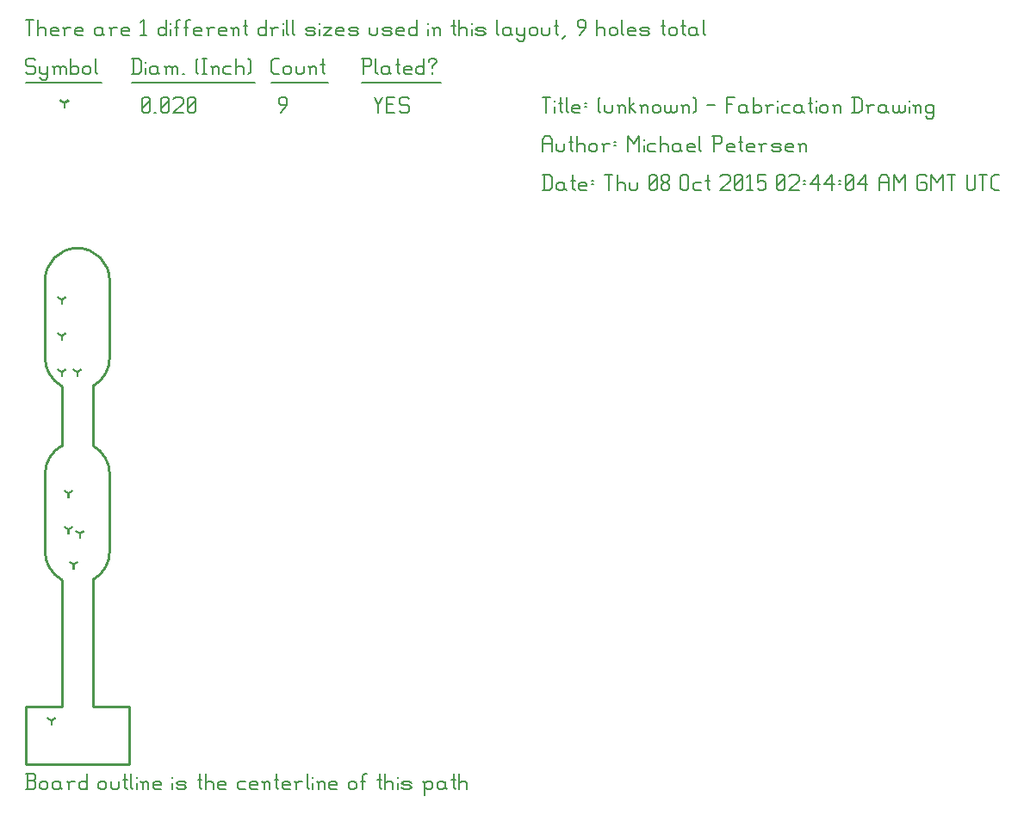
<source format=gbr>
G04 start of page 12 for group -3984 idx -3984 *
G04 Title: (unknown), fab *
G04 Creator: pcb 20110918 *
G04 CreationDate: Thu 08 Oct 2015 02:44:04 AM GMT UTC *
G04 For: railfan *
G04 Format: Gerber/RS-274X *
G04 PCB-Dimensions: 40000 200000 *
G04 PCB-Coordinate-Origin: lower left *
%MOIN*%
%FSLAX25Y25*%
%LNFAB*%
%ADD39C,0.0100*%
%ADD38C,0.0075*%
%ADD37C,0.0060*%
%ADD36C,0.0001*%
%ADD35R,0.0080X0.0080*%
G54D35*X14000Y180000D02*Y178400D01*
G54D36*G36*
X13454Y180147D02*X15533Y181346D01*
X15933Y180653D01*
X13853Y179454D01*
X13454Y180147D01*
G37*
G36*
X14147Y179454D02*X12067Y180653D01*
X12467Y181346D01*
X14546Y180147D01*
X14147Y179454D01*
G37*
G54D35*X14000Y166000D02*Y164400D01*
G54D36*G36*
X13454Y166147D02*X15533Y167346D01*
X15933Y166653D01*
X13853Y165454D01*
X13454Y166147D01*
G37*
G36*
X14147Y165454D02*X12067Y166653D01*
X12467Y167346D01*
X14546Y166147D01*
X14147Y165454D01*
G37*
G54D35*X14000Y152000D02*Y150400D01*
G54D36*G36*
X13454Y152147D02*X15533Y153346D01*
X15933Y152653D01*
X13853Y151454D01*
X13454Y152147D01*
G37*
G36*
X14147Y151454D02*X12067Y152653D01*
X12467Y153346D01*
X14546Y152147D01*
X14147Y151454D01*
G37*
G54D35*X20000Y152000D02*Y150400D01*
G54D36*G36*
X19454Y152147D02*X21533Y153346D01*
X21933Y152653D01*
X19853Y151454D01*
X19454Y152147D01*
G37*
G36*
X20147Y151454D02*X18067Y152653D01*
X18467Y153346D01*
X20546Y152147D01*
X20147Y151454D01*
G37*
G54D35*X16500Y105000D02*Y103400D01*
G54D36*G36*
X15954Y105147D02*X18033Y106346D01*
X18433Y105653D01*
X16353Y104454D01*
X15954Y105147D01*
G37*
G36*
X16647Y104454D02*X14567Y105653D01*
X14967Y106346D01*
X17046Y105147D01*
X16647Y104454D01*
G37*
G54D35*X16500Y91000D02*Y89400D01*
G54D36*G36*
X15954Y91147D02*X18033Y92346D01*
X18433Y91653D01*
X16353Y90454D01*
X15954Y91147D01*
G37*
G36*
X16647Y90454D02*X14567Y91653D01*
X14967Y92346D01*
X17046Y91147D01*
X16647Y90454D01*
G37*
G54D35*X21000Y89500D02*Y87900D01*
G54D36*G36*
X20454Y89647D02*X22533Y90846D01*
X22933Y90153D01*
X20853Y88954D01*
X20454Y89647D01*
G37*
G36*
X21147Y88954D02*X19067Y90153D01*
X19467Y90846D01*
X21546Y89647D01*
X21147Y88954D01*
G37*
G54D35*X10000Y17000D02*Y15400D01*
G54D36*G36*
X9454Y17147D02*X11533Y18346D01*
X11933Y17653D01*
X9853Y16454D01*
X9454Y17147D01*
G37*
G36*
X10147Y16454D02*X8067Y17653D01*
X8467Y18346D01*
X10546Y17147D01*
X10147Y16454D01*
G37*
G54D35*X18500Y77500D02*Y75900D01*
G54D36*G36*
X17954Y77647D02*X20033Y78846D01*
X20433Y78153D01*
X18353Y76954D01*
X17954Y77647D01*
G37*
G36*
X18647Y76954D02*X16567Y78153D01*
X16967Y78846D01*
X19046Y77647D01*
X18647Y76954D01*
G37*
G54D35*X15000Y256250D02*Y254650D01*
G54D36*G36*
X14454Y256397D02*X16533Y257596D01*
X16933Y256903D01*
X14853Y255704D01*
X14454Y256397D01*
G37*
G36*
X15147Y255704D02*X13067Y256903D01*
X13467Y257596D01*
X15546Y256397D01*
X15147Y255704D01*
G37*
G54D37*X135000Y258500D02*X136500Y255500D01*
X138000Y258500D01*
X136500Y255500D02*Y252500D01*
X139800Y255800D02*X142050D01*
X139800Y252500D02*X142800D01*
X139800Y258500D02*Y252500D01*
Y258500D02*X142800D01*
X147600D02*X148350Y257750D01*
X145350Y258500D02*X147600D01*
X144600Y257750D02*X145350Y258500D01*
X144600Y257750D02*Y256250D01*
X145350Y255500D01*
X147600D01*
X148350Y254750D01*
Y253250D01*
X147600Y252500D02*X148350Y253250D01*
X145350Y252500D02*X147600D01*
X144600Y253250D02*X145350Y252500D01*
X98750D02*X101000Y255500D01*
Y257750D02*Y255500D01*
X100250Y258500D02*X101000Y257750D01*
X98750Y258500D02*X100250D01*
X98000Y257750D02*X98750Y258500D01*
X98000Y257750D02*Y256250D01*
X98750Y255500D01*
X101000D01*
X45000Y253250D02*X45750Y252500D01*
X45000Y257750D02*Y253250D01*
Y257750D02*X45750Y258500D01*
X47250D01*
X48000Y257750D01*
Y253250D01*
X47250Y252500D02*X48000Y253250D01*
X45750Y252500D02*X47250D01*
X45000Y254000D02*X48000Y257000D01*
X49800Y252500D02*X50550D01*
X52350Y253250D02*X53100Y252500D01*
X52350Y257750D02*Y253250D01*
Y257750D02*X53100Y258500D01*
X54600D01*
X55350Y257750D01*
Y253250D01*
X54600Y252500D02*X55350Y253250D01*
X53100Y252500D02*X54600D01*
X52350Y254000D02*X55350Y257000D01*
X57150Y257750D02*X57900Y258500D01*
X60150D01*
X60900Y257750D01*
Y256250D01*
X57150Y252500D02*X60900Y256250D01*
X57150Y252500D02*X60900D01*
X62700Y253250D02*X63450Y252500D01*
X62700Y257750D02*Y253250D01*
Y257750D02*X63450Y258500D01*
X64950D01*
X65700Y257750D01*
Y253250D01*
X64950Y252500D02*X65700Y253250D01*
X63450Y252500D02*X64950D01*
X62700Y254000D02*X65700Y257000D01*
X3000Y273500D02*X3750Y272750D01*
X750Y273500D02*X3000D01*
X0Y272750D02*X750Y273500D01*
X0Y272750D02*Y271250D01*
X750Y270500D01*
X3000D01*
X3750Y269750D01*
Y268250D01*
X3000Y267500D02*X3750Y268250D01*
X750Y267500D02*X3000D01*
X0Y268250D02*X750Y267500D01*
X5550Y270500D02*Y268250D01*
X6300Y267500D01*
X8550Y270500D02*Y266000D01*
X7800Y265250D02*X8550Y266000D01*
X6300Y265250D02*X7800D01*
X5550Y266000D02*X6300Y265250D01*
Y267500D02*X7800D01*
X8550Y268250D01*
X11100Y269750D02*Y267500D01*
Y269750D02*X11850Y270500D01*
X12600D01*
X13350Y269750D01*
Y267500D01*
Y269750D02*X14100Y270500D01*
X14850D01*
X15600Y269750D01*
Y267500D01*
X10350Y270500D02*X11100Y269750D01*
X17400Y273500D02*Y267500D01*
Y268250D02*X18150Y267500D01*
X19650D01*
X20400Y268250D01*
Y269750D02*Y268250D01*
X19650Y270500D02*X20400Y269750D01*
X18150Y270500D02*X19650D01*
X17400Y269750D02*X18150Y270500D01*
X22200Y269750D02*Y268250D01*
Y269750D02*X22950Y270500D01*
X24450D01*
X25200Y269750D01*
Y268250D01*
X24450Y267500D02*X25200Y268250D01*
X22950Y267500D02*X24450D01*
X22200Y268250D02*X22950Y267500D01*
X27000Y273500D02*Y268250D01*
X27750Y267500D01*
X0Y264250D02*X29250D01*
X41750Y273500D02*Y267500D01*
X43700Y273500D02*X44750Y272450D01*
Y268550D01*
X43700Y267500D02*X44750Y268550D01*
X41000Y267500D02*X43700D01*
X41000Y273500D02*X43700D01*
G54D38*X46550Y272000D02*Y271850D01*
G54D37*Y269750D02*Y267500D01*
X50300Y270500D02*X51050Y269750D01*
X48800Y270500D02*X50300D01*
X48050Y269750D02*X48800Y270500D01*
X48050Y269750D02*Y268250D01*
X48800Y267500D01*
X51050Y270500D02*Y268250D01*
X51800Y267500D01*
X48800D02*X50300D01*
X51050Y268250D01*
X54350Y269750D02*Y267500D01*
Y269750D02*X55100Y270500D01*
X55850D01*
X56600Y269750D01*
Y267500D01*
Y269750D02*X57350Y270500D01*
X58100D01*
X58850Y269750D01*
Y267500D01*
X53600Y270500D02*X54350Y269750D01*
X60650Y267500D02*X61400D01*
X65900Y268250D02*X66650Y267500D01*
X65900Y272750D02*X66650Y273500D01*
X65900Y272750D02*Y268250D01*
X68450Y273500D02*X69950D01*
X69200D02*Y267500D01*
X68450D02*X69950D01*
X72500Y269750D02*Y267500D01*
Y269750D02*X73250Y270500D01*
X74000D01*
X74750Y269750D01*
Y267500D01*
X71750Y270500D02*X72500Y269750D01*
X77300Y270500D02*X79550D01*
X76550Y269750D02*X77300Y270500D01*
X76550Y269750D02*Y268250D01*
X77300Y267500D01*
X79550D01*
X81350Y273500D02*Y267500D01*
Y269750D02*X82100Y270500D01*
X83600D01*
X84350Y269750D01*
Y267500D01*
X86150Y273500D02*X86900Y272750D01*
Y268250D01*
X86150Y267500D02*X86900Y268250D01*
X41000Y264250D02*X88700D01*
X96050Y267500D02*X98000D01*
X95000Y268550D02*X96050Y267500D01*
X95000Y272450D02*Y268550D01*
Y272450D02*X96050Y273500D01*
X98000D01*
X99800Y269750D02*Y268250D01*
Y269750D02*X100550Y270500D01*
X102050D01*
X102800Y269750D01*
Y268250D01*
X102050Y267500D02*X102800Y268250D01*
X100550Y267500D02*X102050D01*
X99800Y268250D02*X100550Y267500D01*
X104600Y270500D02*Y268250D01*
X105350Y267500D01*
X106850D01*
X107600Y268250D01*
Y270500D02*Y268250D01*
X110150Y269750D02*Y267500D01*
Y269750D02*X110900Y270500D01*
X111650D01*
X112400Y269750D01*
Y267500D01*
X109400Y270500D02*X110150Y269750D01*
X114950Y273500D02*Y268250D01*
X115700Y267500D01*
X114200Y271250D02*X115700D01*
X95000Y264250D02*X117200D01*
X130750Y273500D02*Y267500D01*
X130000Y273500D02*X133000D01*
X133750Y272750D01*
Y271250D01*
X133000Y270500D02*X133750Y271250D01*
X130750Y270500D02*X133000D01*
X135550Y273500D02*Y268250D01*
X136300Y267500D01*
X140050Y270500D02*X140800Y269750D01*
X138550Y270500D02*X140050D01*
X137800Y269750D02*X138550Y270500D01*
X137800Y269750D02*Y268250D01*
X138550Y267500D01*
X140800Y270500D02*Y268250D01*
X141550Y267500D01*
X138550D02*X140050D01*
X140800Y268250D01*
X144100Y273500D02*Y268250D01*
X144850Y267500D01*
X143350Y271250D02*X144850D01*
X147100Y267500D02*X149350D01*
X146350Y268250D02*X147100Y267500D01*
X146350Y269750D02*Y268250D01*
Y269750D02*X147100Y270500D01*
X148600D01*
X149350Y269750D01*
X146350Y269000D02*X149350D01*
Y269750D02*Y269000D01*
X154150Y273500D02*Y267500D01*
X153400D02*X154150Y268250D01*
X151900Y267500D02*X153400D01*
X151150Y268250D02*X151900Y267500D01*
X151150Y269750D02*Y268250D01*
Y269750D02*X151900Y270500D01*
X153400D01*
X154150Y269750D01*
X157450Y270500D02*Y269750D01*
Y268250D02*Y267500D01*
X155950Y272750D02*Y272000D01*
Y272750D02*X156700Y273500D01*
X158200D01*
X158950Y272750D01*
Y272000D01*
X157450Y270500D02*X158950Y272000D01*
X130000Y264250D02*X160750D01*
X0Y288500D02*X3000D01*
X1500D02*Y282500D01*
X4800Y288500D02*Y282500D01*
Y284750D02*X5550Y285500D01*
X7050D01*
X7800Y284750D01*
Y282500D01*
X10350D02*X12600D01*
X9600Y283250D02*X10350Y282500D01*
X9600Y284750D02*Y283250D01*
Y284750D02*X10350Y285500D01*
X11850D01*
X12600Y284750D01*
X9600Y284000D02*X12600D01*
Y284750D02*Y284000D01*
X15150Y284750D02*Y282500D01*
Y284750D02*X15900Y285500D01*
X17400D01*
X14400D02*X15150Y284750D01*
X19950Y282500D02*X22200D01*
X19200Y283250D02*X19950Y282500D01*
X19200Y284750D02*Y283250D01*
Y284750D02*X19950Y285500D01*
X21450D01*
X22200Y284750D01*
X19200Y284000D02*X22200D01*
Y284750D02*Y284000D01*
X28950Y285500D02*X29700Y284750D01*
X27450Y285500D02*X28950D01*
X26700Y284750D02*X27450Y285500D01*
X26700Y284750D02*Y283250D01*
X27450Y282500D01*
X29700Y285500D02*Y283250D01*
X30450Y282500D01*
X27450D02*X28950D01*
X29700Y283250D01*
X33000Y284750D02*Y282500D01*
Y284750D02*X33750Y285500D01*
X35250D01*
X32250D02*X33000Y284750D01*
X37800Y282500D02*X40050D01*
X37050Y283250D02*X37800Y282500D01*
X37050Y284750D02*Y283250D01*
Y284750D02*X37800Y285500D01*
X39300D01*
X40050Y284750D01*
X37050Y284000D02*X40050D01*
Y284750D02*Y284000D01*
X44550Y287300D02*X45750Y288500D01*
Y282500D01*
X44550D02*X46800D01*
X54300Y288500D02*Y282500D01*
X53550D02*X54300Y283250D01*
X52050Y282500D02*X53550D01*
X51300Y283250D02*X52050Y282500D01*
X51300Y284750D02*Y283250D01*
Y284750D02*X52050Y285500D01*
X53550D01*
X54300Y284750D01*
G54D38*X56100Y287000D02*Y286850D01*
G54D37*Y284750D02*Y282500D01*
X58350Y287750D02*Y282500D01*
Y287750D02*X59100Y288500D01*
X59850D01*
X57600Y285500D02*X59100D01*
X62100Y287750D02*Y282500D01*
Y287750D02*X62850Y288500D01*
X63600D01*
X61350Y285500D02*X62850D01*
X65850Y282500D02*X68100D01*
X65100Y283250D02*X65850Y282500D01*
X65100Y284750D02*Y283250D01*
Y284750D02*X65850Y285500D01*
X67350D01*
X68100Y284750D01*
X65100Y284000D02*X68100D01*
Y284750D02*Y284000D01*
X70650Y284750D02*Y282500D01*
Y284750D02*X71400Y285500D01*
X72900D01*
X69900D02*X70650Y284750D01*
X75450Y282500D02*X77700D01*
X74700Y283250D02*X75450Y282500D01*
X74700Y284750D02*Y283250D01*
Y284750D02*X75450Y285500D01*
X76950D01*
X77700Y284750D01*
X74700Y284000D02*X77700D01*
Y284750D02*Y284000D01*
X80250Y284750D02*Y282500D01*
Y284750D02*X81000Y285500D01*
X81750D01*
X82500Y284750D01*
Y282500D01*
X79500Y285500D02*X80250Y284750D01*
X85050Y288500D02*Y283250D01*
X85800Y282500D01*
X84300Y286250D02*X85800D01*
X93000Y288500D02*Y282500D01*
X92250D02*X93000Y283250D01*
X90750Y282500D02*X92250D01*
X90000Y283250D02*X90750Y282500D01*
X90000Y284750D02*Y283250D01*
Y284750D02*X90750Y285500D01*
X92250D01*
X93000Y284750D01*
X95550D02*Y282500D01*
Y284750D02*X96300Y285500D01*
X97800D01*
X94800D02*X95550Y284750D01*
G54D38*X99600Y287000D02*Y286850D01*
G54D37*Y284750D02*Y282500D01*
X101100Y288500D02*Y283250D01*
X101850Y282500D01*
X103350Y288500D02*Y283250D01*
X104100Y282500D01*
X109050D02*X111300D01*
X112050Y283250D01*
X111300Y284000D02*X112050Y283250D01*
X109050Y284000D02*X111300D01*
X108300Y284750D02*X109050Y284000D01*
X108300Y284750D02*X109050Y285500D01*
X111300D01*
X112050Y284750D01*
X108300Y283250D02*X109050Y282500D01*
G54D38*X113850Y287000D02*Y286850D01*
G54D37*Y284750D02*Y282500D01*
X115350Y285500D02*X118350D01*
X115350Y282500D02*X118350Y285500D01*
X115350Y282500D02*X118350D01*
X120900D02*X123150D01*
X120150Y283250D02*X120900Y282500D01*
X120150Y284750D02*Y283250D01*
Y284750D02*X120900Y285500D01*
X122400D01*
X123150Y284750D01*
X120150Y284000D02*X123150D01*
Y284750D02*Y284000D01*
X125700Y282500D02*X127950D01*
X128700Y283250D01*
X127950Y284000D02*X128700Y283250D01*
X125700Y284000D02*X127950D01*
X124950Y284750D02*X125700Y284000D01*
X124950Y284750D02*X125700Y285500D01*
X127950D01*
X128700Y284750D01*
X124950Y283250D02*X125700Y282500D01*
X133200Y285500D02*Y283250D01*
X133950Y282500D01*
X135450D01*
X136200Y283250D01*
Y285500D02*Y283250D01*
X138750Y282500D02*X141000D01*
X141750Y283250D01*
X141000Y284000D02*X141750Y283250D01*
X138750Y284000D02*X141000D01*
X138000Y284750D02*X138750Y284000D01*
X138000Y284750D02*X138750Y285500D01*
X141000D01*
X141750Y284750D01*
X138000Y283250D02*X138750Y282500D01*
X144300D02*X146550D01*
X143550Y283250D02*X144300Y282500D01*
X143550Y284750D02*Y283250D01*
Y284750D02*X144300Y285500D01*
X145800D01*
X146550Y284750D01*
X143550Y284000D02*X146550D01*
Y284750D02*Y284000D01*
X151350Y288500D02*Y282500D01*
X150600D02*X151350Y283250D01*
X149100Y282500D02*X150600D01*
X148350Y283250D02*X149100Y282500D01*
X148350Y284750D02*Y283250D01*
Y284750D02*X149100Y285500D01*
X150600D01*
X151350Y284750D01*
G54D38*X155850Y287000D02*Y286850D01*
G54D37*Y284750D02*Y282500D01*
X158100Y284750D02*Y282500D01*
Y284750D02*X158850Y285500D01*
X159600D01*
X160350Y284750D01*
Y282500D01*
X157350Y285500D02*X158100Y284750D01*
X165600Y288500D02*Y283250D01*
X166350Y282500D01*
X164850Y286250D02*X166350D01*
X167850Y288500D02*Y282500D01*
Y284750D02*X168600Y285500D01*
X170100D01*
X170850Y284750D01*
Y282500D01*
G54D38*X172650Y287000D02*Y286850D01*
G54D37*Y284750D02*Y282500D01*
X174900D02*X177150D01*
X177900Y283250D01*
X177150Y284000D02*X177900Y283250D01*
X174900Y284000D02*X177150D01*
X174150Y284750D02*X174900Y284000D01*
X174150Y284750D02*X174900Y285500D01*
X177150D01*
X177900Y284750D01*
X174150Y283250D02*X174900Y282500D01*
X182400Y288500D02*Y283250D01*
X183150Y282500D01*
X186900Y285500D02*X187650Y284750D01*
X185400Y285500D02*X186900D01*
X184650Y284750D02*X185400Y285500D01*
X184650Y284750D02*Y283250D01*
X185400Y282500D01*
X187650Y285500D02*Y283250D01*
X188400Y282500D01*
X185400D02*X186900D01*
X187650Y283250D01*
X190200Y285500D02*Y283250D01*
X190950Y282500D01*
X193200Y285500D02*Y281000D01*
X192450Y280250D02*X193200Y281000D01*
X190950Y280250D02*X192450D01*
X190200Y281000D02*X190950Y280250D01*
Y282500D02*X192450D01*
X193200Y283250D01*
X195000Y284750D02*Y283250D01*
Y284750D02*X195750Y285500D01*
X197250D01*
X198000Y284750D01*
Y283250D01*
X197250Y282500D02*X198000Y283250D01*
X195750Y282500D02*X197250D01*
X195000Y283250D02*X195750Y282500D01*
X199800Y285500D02*Y283250D01*
X200550Y282500D01*
X202050D01*
X202800Y283250D01*
Y285500D02*Y283250D01*
X205350Y288500D02*Y283250D01*
X206100Y282500D01*
X204600Y286250D02*X206100D01*
X207600Y281000D02*X209100Y282500D01*
X214350D02*X216600Y285500D01*
Y287750D02*Y285500D01*
X215850Y288500D02*X216600Y287750D01*
X214350Y288500D02*X215850D01*
X213600Y287750D02*X214350Y288500D01*
X213600Y287750D02*Y286250D01*
X214350Y285500D01*
X216600D01*
X221100Y288500D02*Y282500D01*
Y284750D02*X221850Y285500D01*
X223350D01*
X224100Y284750D01*
Y282500D01*
X225900Y284750D02*Y283250D01*
Y284750D02*X226650Y285500D01*
X228150D01*
X228900Y284750D01*
Y283250D01*
X228150Y282500D02*X228900Y283250D01*
X226650Y282500D02*X228150D01*
X225900Y283250D02*X226650Y282500D01*
X230700Y288500D02*Y283250D01*
X231450Y282500D01*
X233700D02*X235950D01*
X232950Y283250D02*X233700Y282500D01*
X232950Y284750D02*Y283250D01*
Y284750D02*X233700Y285500D01*
X235200D01*
X235950Y284750D01*
X232950Y284000D02*X235950D01*
Y284750D02*Y284000D01*
X238500Y282500D02*X240750D01*
X241500Y283250D01*
X240750Y284000D02*X241500Y283250D01*
X238500Y284000D02*X240750D01*
X237750Y284750D02*X238500Y284000D01*
X237750Y284750D02*X238500Y285500D01*
X240750D01*
X241500Y284750D01*
X237750Y283250D02*X238500Y282500D01*
X246750Y288500D02*Y283250D01*
X247500Y282500D01*
X246000Y286250D02*X247500D01*
X249000Y284750D02*Y283250D01*
Y284750D02*X249750Y285500D01*
X251250D01*
X252000Y284750D01*
Y283250D01*
X251250Y282500D02*X252000Y283250D01*
X249750Y282500D02*X251250D01*
X249000Y283250D02*X249750Y282500D01*
X254550Y288500D02*Y283250D01*
X255300Y282500D01*
X253800Y286250D02*X255300D01*
X259050Y285500D02*X259800Y284750D01*
X257550Y285500D02*X259050D01*
X256800Y284750D02*X257550Y285500D01*
X256800Y284750D02*Y283250D01*
X257550Y282500D01*
X259800Y285500D02*Y283250D01*
X260550Y282500D01*
X257550D02*X259050D01*
X259800Y283250D01*
X262350Y288500D02*Y283250D01*
X263100Y282500D01*
G54D39*X7500Y187500D02*Y157500D01*
X32500D02*Y187500D01*
X7500Y112500D02*Y82500D01*
X32500D02*Y112500D01*
X14000Y71500D02*Y22500D01*
X26000Y71500D02*Y22500D01*
X14000D02*X0D01*
Y0D01*
X40000D01*
Y22500D01*
X26000D01*
X14000Y146500D02*Y123500D01*
X26000D02*Y146500D01*
X20000Y200000D02*G75*G02X32500Y187500I0J-12500D01*G01*
X20000Y200000D02*G75*G03X7500Y187500I0J-12500D01*G01*
Y157500D02*G75*G03X13940Y146567I12500J0D01*G01*
X32500Y157500D02*G75*G02X26060Y146567I-12500J0D01*G01*
X7500Y82500D02*G75*G03X13940Y71567I12500J0D01*G01*
X32500Y82500D02*G75*G02X26060Y71567I-12500J0D01*G01*
X32500Y112500D02*G75*G03X26060Y123433I-12500J0D01*G01*
X7500Y112500D02*G75*G02X13940Y123433I12500J0D01*G01*
G54D37*X0Y-9500D02*X3000D01*
X3750Y-8750D01*
Y-6950D02*Y-8750D01*
X3000Y-6200D02*X3750Y-6950D01*
X750Y-6200D02*X3000D01*
X750Y-3500D02*Y-9500D01*
X0Y-3500D02*X3000D01*
X3750Y-4250D01*
Y-5450D01*
X3000Y-6200D02*X3750Y-5450D01*
X5550Y-7250D02*Y-8750D01*
Y-7250D02*X6300Y-6500D01*
X7800D01*
X8550Y-7250D01*
Y-8750D01*
X7800Y-9500D02*X8550Y-8750D01*
X6300Y-9500D02*X7800D01*
X5550Y-8750D02*X6300Y-9500D01*
X12600Y-6500D02*X13350Y-7250D01*
X11100Y-6500D02*X12600D01*
X10350Y-7250D02*X11100Y-6500D01*
X10350Y-7250D02*Y-8750D01*
X11100Y-9500D01*
X13350Y-6500D02*Y-8750D01*
X14100Y-9500D01*
X11100D02*X12600D01*
X13350Y-8750D01*
X16650Y-7250D02*Y-9500D01*
Y-7250D02*X17400Y-6500D01*
X18900D01*
X15900D02*X16650Y-7250D01*
X23700Y-3500D02*Y-9500D01*
X22950D02*X23700Y-8750D01*
X21450Y-9500D02*X22950D01*
X20700Y-8750D02*X21450Y-9500D01*
X20700Y-7250D02*Y-8750D01*
Y-7250D02*X21450Y-6500D01*
X22950D01*
X23700Y-7250D01*
X28200D02*Y-8750D01*
Y-7250D02*X28950Y-6500D01*
X30450D01*
X31200Y-7250D01*
Y-8750D01*
X30450Y-9500D02*X31200Y-8750D01*
X28950Y-9500D02*X30450D01*
X28200Y-8750D02*X28950Y-9500D01*
X33000Y-6500D02*Y-8750D01*
X33750Y-9500D01*
X35250D01*
X36000Y-8750D01*
Y-6500D02*Y-8750D01*
X38550Y-3500D02*Y-8750D01*
X39300Y-9500D01*
X37800Y-5750D02*X39300D01*
X40800Y-3500D02*Y-8750D01*
X41550Y-9500D01*
G54D38*X43050Y-5000D02*Y-5150D01*
G54D37*Y-7250D02*Y-9500D01*
X45300Y-7250D02*Y-9500D01*
Y-7250D02*X46050Y-6500D01*
X46800D01*
X47550Y-7250D01*
Y-9500D01*
X44550Y-6500D02*X45300Y-7250D01*
X50100Y-9500D02*X52350D01*
X49350Y-8750D02*X50100Y-9500D01*
X49350Y-7250D02*Y-8750D01*
Y-7250D02*X50100Y-6500D01*
X51600D01*
X52350Y-7250D01*
X49350Y-8000D02*X52350D01*
Y-7250D02*Y-8000D01*
G54D38*X56850Y-5000D02*Y-5150D01*
G54D37*Y-7250D02*Y-9500D01*
X59100D02*X61350D01*
X62100Y-8750D01*
X61350Y-8000D02*X62100Y-8750D01*
X59100Y-8000D02*X61350D01*
X58350Y-7250D02*X59100Y-8000D01*
X58350Y-7250D02*X59100Y-6500D01*
X61350D01*
X62100Y-7250D01*
X58350Y-8750D02*X59100Y-9500D01*
X67350Y-3500D02*Y-8750D01*
X68100Y-9500D01*
X66600Y-5750D02*X68100D01*
X69600Y-3500D02*Y-9500D01*
Y-7250D02*X70350Y-6500D01*
X71850D01*
X72600Y-7250D01*
Y-9500D01*
X75150D02*X77400D01*
X74400Y-8750D02*X75150Y-9500D01*
X74400Y-7250D02*Y-8750D01*
Y-7250D02*X75150Y-6500D01*
X76650D01*
X77400Y-7250D01*
X74400Y-8000D02*X77400D01*
Y-7250D02*Y-8000D01*
X82650Y-6500D02*X84900D01*
X81900Y-7250D02*X82650Y-6500D01*
X81900Y-7250D02*Y-8750D01*
X82650Y-9500D01*
X84900D01*
X87450D02*X89700D01*
X86700Y-8750D02*X87450Y-9500D01*
X86700Y-7250D02*Y-8750D01*
Y-7250D02*X87450Y-6500D01*
X88950D01*
X89700Y-7250D01*
X86700Y-8000D02*X89700D01*
Y-7250D02*Y-8000D01*
X92250Y-7250D02*Y-9500D01*
Y-7250D02*X93000Y-6500D01*
X93750D01*
X94500Y-7250D01*
Y-9500D01*
X91500Y-6500D02*X92250Y-7250D01*
X97050Y-3500D02*Y-8750D01*
X97800Y-9500D01*
X96300Y-5750D02*X97800D01*
X100050Y-9500D02*X102300D01*
X99300Y-8750D02*X100050Y-9500D01*
X99300Y-7250D02*Y-8750D01*
Y-7250D02*X100050Y-6500D01*
X101550D01*
X102300Y-7250D01*
X99300Y-8000D02*X102300D01*
Y-7250D02*Y-8000D01*
X104850Y-7250D02*Y-9500D01*
Y-7250D02*X105600Y-6500D01*
X107100D01*
X104100D02*X104850Y-7250D01*
X108900Y-3500D02*Y-8750D01*
X109650Y-9500D01*
G54D38*X111150Y-5000D02*Y-5150D01*
G54D37*Y-7250D02*Y-9500D01*
X113400Y-7250D02*Y-9500D01*
Y-7250D02*X114150Y-6500D01*
X114900D01*
X115650Y-7250D01*
Y-9500D01*
X112650Y-6500D02*X113400Y-7250D01*
X118200Y-9500D02*X120450D01*
X117450Y-8750D02*X118200Y-9500D01*
X117450Y-7250D02*Y-8750D01*
Y-7250D02*X118200Y-6500D01*
X119700D01*
X120450Y-7250D01*
X117450Y-8000D02*X120450D01*
Y-7250D02*Y-8000D01*
X124950Y-7250D02*Y-8750D01*
Y-7250D02*X125700Y-6500D01*
X127200D01*
X127950Y-7250D01*
Y-8750D01*
X127200Y-9500D02*X127950Y-8750D01*
X125700Y-9500D02*X127200D01*
X124950Y-8750D02*X125700Y-9500D01*
X130500Y-4250D02*Y-9500D01*
Y-4250D02*X131250Y-3500D01*
X132000D01*
X129750Y-6500D02*X131250D01*
X136950Y-3500D02*Y-8750D01*
X137700Y-9500D01*
X136200Y-5750D02*X137700D01*
X139200Y-3500D02*Y-9500D01*
Y-7250D02*X139950Y-6500D01*
X141450D01*
X142200Y-7250D01*
Y-9500D01*
G54D38*X144000Y-5000D02*Y-5150D01*
G54D37*Y-7250D02*Y-9500D01*
X146250D02*X148500D01*
X149250Y-8750D01*
X148500Y-8000D02*X149250Y-8750D01*
X146250Y-8000D02*X148500D01*
X145500Y-7250D02*X146250Y-8000D01*
X145500Y-7250D02*X146250Y-6500D01*
X148500D01*
X149250Y-7250D01*
X145500Y-8750D02*X146250Y-9500D01*
X154500Y-7250D02*Y-11750D01*
X153750Y-6500D02*X154500Y-7250D01*
X155250Y-6500D01*
X156750D01*
X157500Y-7250D01*
Y-8750D01*
X156750Y-9500D02*X157500Y-8750D01*
X155250Y-9500D02*X156750D01*
X154500Y-8750D02*X155250Y-9500D01*
X161550Y-6500D02*X162300Y-7250D01*
X160050Y-6500D02*X161550D01*
X159300Y-7250D02*X160050Y-6500D01*
X159300Y-7250D02*Y-8750D01*
X160050Y-9500D01*
X162300Y-6500D02*Y-8750D01*
X163050Y-9500D01*
X160050D02*X161550D01*
X162300Y-8750D01*
X165600Y-3500D02*Y-8750D01*
X166350Y-9500D01*
X164850Y-5750D02*X166350D01*
X167850Y-3500D02*Y-9500D01*
Y-7250D02*X168600Y-6500D01*
X170100D01*
X170850Y-7250D01*
Y-9500D01*
X200750Y228500D02*Y222500D01*
X202700Y228500D02*X203750Y227450D01*
Y223550D01*
X202700Y222500D02*X203750Y223550D01*
X200000Y222500D02*X202700D01*
X200000Y228500D02*X202700D01*
X207800Y225500D02*X208550Y224750D01*
X206300Y225500D02*X207800D01*
X205550Y224750D02*X206300Y225500D01*
X205550Y224750D02*Y223250D01*
X206300Y222500D01*
X208550Y225500D02*Y223250D01*
X209300Y222500D01*
X206300D02*X207800D01*
X208550Y223250D01*
X211850Y228500D02*Y223250D01*
X212600Y222500D01*
X211100Y226250D02*X212600D01*
X214850Y222500D02*X217100D01*
X214100Y223250D02*X214850Y222500D01*
X214100Y224750D02*Y223250D01*
Y224750D02*X214850Y225500D01*
X216350D01*
X217100Y224750D01*
X214100Y224000D02*X217100D01*
Y224750D02*Y224000D01*
X218900Y226250D02*X219650D01*
X218900Y224750D02*X219650D01*
X224150Y228500D02*X227150D01*
X225650D02*Y222500D01*
X228950Y228500D02*Y222500D01*
Y224750D02*X229700Y225500D01*
X231200D01*
X231950Y224750D01*
Y222500D01*
X233750Y225500D02*Y223250D01*
X234500Y222500D01*
X236000D01*
X236750Y223250D01*
Y225500D02*Y223250D01*
X241250D02*X242000Y222500D01*
X241250Y227750D02*Y223250D01*
Y227750D02*X242000Y228500D01*
X243500D01*
X244250Y227750D01*
Y223250D01*
X243500Y222500D02*X244250Y223250D01*
X242000Y222500D02*X243500D01*
X241250Y224000D02*X244250Y227000D01*
X246050Y223250D02*X246800Y222500D01*
X246050Y224450D02*Y223250D01*
Y224450D02*X247100Y225500D01*
X248000D01*
X249050Y224450D01*
Y223250D01*
X248300Y222500D02*X249050Y223250D01*
X246800Y222500D02*X248300D01*
X246050Y226550D02*X247100Y225500D01*
X246050Y227750D02*Y226550D01*
Y227750D02*X246800Y228500D01*
X248300D01*
X249050Y227750D01*
Y226550D01*
X248000Y225500D02*X249050Y226550D01*
X253550Y227750D02*Y223250D01*
Y227750D02*X254300Y228500D01*
X255800D01*
X256550Y227750D01*
Y223250D01*
X255800Y222500D02*X256550Y223250D01*
X254300Y222500D02*X255800D01*
X253550Y223250D02*X254300Y222500D01*
X259100Y225500D02*X261350D01*
X258350Y224750D02*X259100Y225500D01*
X258350Y224750D02*Y223250D01*
X259100Y222500D01*
X261350D01*
X263900Y228500D02*Y223250D01*
X264650Y222500D01*
X263150Y226250D02*X264650D01*
X268850Y227750D02*X269600Y228500D01*
X271850D01*
X272600Y227750D01*
Y226250D01*
X268850Y222500D02*X272600Y226250D01*
X268850Y222500D02*X272600D01*
X274400Y223250D02*X275150Y222500D01*
X274400Y227750D02*Y223250D01*
Y227750D02*X275150Y228500D01*
X276650D01*
X277400Y227750D01*
Y223250D01*
X276650Y222500D02*X277400Y223250D01*
X275150Y222500D02*X276650D01*
X274400Y224000D02*X277400Y227000D01*
X279200Y227300D02*X280400Y228500D01*
Y222500D01*
X279200D02*X281450D01*
X283250Y228500D02*X286250D01*
X283250D02*Y225500D01*
X284000Y226250D01*
X285500D01*
X286250Y225500D01*
Y223250D01*
X285500Y222500D02*X286250Y223250D01*
X284000Y222500D02*X285500D01*
X283250Y223250D02*X284000Y222500D01*
X290750Y223250D02*X291500Y222500D01*
X290750Y227750D02*Y223250D01*
Y227750D02*X291500Y228500D01*
X293000D01*
X293750Y227750D01*
Y223250D01*
X293000Y222500D02*X293750Y223250D01*
X291500Y222500D02*X293000D01*
X290750Y224000D02*X293750Y227000D01*
X295550Y227750D02*X296300Y228500D01*
X298550D01*
X299300Y227750D01*
Y226250D01*
X295550Y222500D02*X299300Y226250D01*
X295550Y222500D02*X299300D01*
X301100Y226250D02*X301850D01*
X301100Y224750D02*X301850D01*
X303650D02*X306650Y228500D01*
X303650Y224750D02*X307400D01*
X306650Y228500D02*Y222500D01*
X309200Y224750D02*X312200Y228500D01*
X309200Y224750D02*X312950D01*
X312200Y228500D02*Y222500D01*
X314750Y226250D02*X315500D01*
X314750Y224750D02*X315500D01*
X317300Y223250D02*X318050Y222500D01*
X317300Y227750D02*Y223250D01*
Y227750D02*X318050Y228500D01*
X319550D01*
X320300Y227750D01*
Y223250D01*
X319550Y222500D02*X320300Y223250D01*
X318050Y222500D02*X319550D01*
X317300Y224000D02*X320300Y227000D01*
X322100Y224750D02*X325100Y228500D01*
X322100Y224750D02*X325850D01*
X325100Y228500D02*Y222500D01*
X330350Y227000D02*Y222500D01*
Y227000D02*X331400Y228500D01*
X333050D01*
X334100Y227000D01*
Y222500D01*
X330350Y225500D02*X334100D01*
X335900Y228500D02*Y222500D01*
Y228500D02*X338150Y225500D01*
X340400Y228500D01*
Y222500D01*
X347900Y228500D02*X348650Y227750D01*
X345650Y228500D02*X347900D01*
X344900Y227750D02*X345650Y228500D01*
X344900Y227750D02*Y223250D01*
X345650Y222500D01*
X347900D01*
X348650Y223250D01*
Y224750D02*Y223250D01*
X347900Y225500D02*X348650Y224750D01*
X346400Y225500D02*X347900D01*
X350450Y228500D02*Y222500D01*
Y228500D02*X352700Y225500D01*
X354950Y228500D01*
Y222500D01*
X356750Y228500D02*X359750D01*
X358250D02*Y222500D01*
X364250Y228500D02*Y223250D01*
X365000Y222500D01*
X366500D01*
X367250Y223250D01*
Y228500D02*Y223250D01*
X369050Y228500D02*X372050D01*
X370550D02*Y222500D01*
X374900D02*X376850D01*
X373850Y223550D02*X374900Y222500D01*
X373850Y227450D02*Y223550D01*
Y227450D02*X374900Y228500D01*
X376850D01*
X200000Y242000D02*Y237500D01*
Y242000D02*X201050Y243500D01*
X202700D01*
X203750Y242000D01*
Y237500D01*
X200000Y240500D02*X203750D01*
X205550D02*Y238250D01*
X206300Y237500D01*
X207800D01*
X208550Y238250D01*
Y240500D02*Y238250D01*
X211100Y243500D02*Y238250D01*
X211850Y237500D01*
X210350Y241250D02*X211850D01*
X213350Y243500D02*Y237500D01*
Y239750D02*X214100Y240500D01*
X215600D01*
X216350Y239750D01*
Y237500D01*
X218150Y239750D02*Y238250D01*
Y239750D02*X218900Y240500D01*
X220400D01*
X221150Y239750D01*
Y238250D01*
X220400Y237500D02*X221150Y238250D01*
X218900Y237500D02*X220400D01*
X218150Y238250D02*X218900Y237500D01*
X223700Y239750D02*Y237500D01*
Y239750D02*X224450Y240500D01*
X225950D01*
X222950D02*X223700Y239750D01*
X227750Y241250D02*X228500D01*
X227750Y239750D02*X228500D01*
X233000Y243500D02*Y237500D01*
Y243500D02*X235250Y240500D01*
X237500Y243500D01*
Y237500D01*
G54D38*X239300Y242000D02*Y241850D01*
G54D37*Y239750D02*Y237500D01*
X241550Y240500D02*X243800D01*
X240800Y239750D02*X241550Y240500D01*
X240800Y239750D02*Y238250D01*
X241550Y237500D01*
X243800D01*
X245600Y243500D02*Y237500D01*
Y239750D02*X246350Y240500D01*
X247850D01*
X248600Y239750D01*
Y237500D01*
X252650Y240500D02*X253400Y239750D01*
X251150Y240500D02*X252650D01*
X250400Y239750D02*X251150Y240500D01*
X250400Y239750D02*Y238250D01*
X251150Y237500D01*
X253400Y240500D02*Y238250D01*
X254150Y237500D01*
X251150D02*X252650D01*
X253400Y238250D01*
X256700Y237500D02*X258950D01*
X255950Y238250D02*X256700Y237500D01*
X255950Y239750D02*Y238250D01*
Y239750D02*X256700Y240500D01*
X258200D01*
X258950Y239750D01*
X255950Y239000D02*X258950D01*
Y239750D02*Y239000D01*
X260750Y243500D02*Y238250D01*
X261500Y237500D01*
X266450Y243500D02*Y237500D01*
X265700Y243500D02*X268700D01*
X269450Y242750D01*
Y241250D01*
X268700Y240500D02*X269450Y241250D01*
X266450Y240500D02*X268700D01*
X272000Y237500D02*X274250D01*
X271250Y238250D02*X272000Y237500D01*
X271250Y239750D02*Y238250D01*
Y239750D02*X272000Y240500D01*
X273500D01*
X274250Y239750D01*
X271250Y239000D02*X274250D01*
Y239750D02*Y239000D01*
X276800Y243500D02*Y238250D01*
X277550Y237500D01*
X276050Y241250D02*X277550D01*
X279800Y237500D02*X282050D01*
X279050Y238250D02*X279800Y237500D01*
X279050Y239750D02*Y238250D01*
Y239750D02*X279800Y240500D01*
X281300D01*
X282050Y239750D01*
X279050Y239000D02*X282050D01*
Y239750D02*Y239000D01*
X284600Y239750D02*Y237500D01*
Y239750D02*X285350Y240500D01*
X286850D01*
X283850D02*X284600Y239750D01*
X289400Y237500D02*X291650D01*
X292400Y238250D01*
X291650Y239000D02*X292400Y238250D01*
X289400Y239000D02*X291650D01*
X288650Y239750D02*X289400Y239000D01*
X288650Y239750D02*X289400Y240500D01*
X291650D01*
X292400Y239750D01*
X288650Y238250D02*X289400Y237500D01*
X294950D02*X297200D01*
X294200Y238250D02*X294950Y237500D01*
X294200Y239750D02*Y238250D01*
Y239750D02*X294950Y240500D01*
X296450D01*
X297200Y239750D01*
X294200Y239000D02*X297200D01*
Y239750D02*Y239000D01*
X299750Y239750D02*Y237500D01*
Y239750D02*X300500Y240500D01*
X301250D01*
X302000Y239750D01*
Y237500D01*
X299000Y240500D02*X299750Y239750D01*
X200000Y258500D02*X203000D01*
X201500D02*Y252500D01*
G54D38*X204800Y257000D02*Y256850D01*
G54D37*Y254750D02*Y252500D01*
X207050Y258500D02*Y253250D01*
X207800Y252500D01*
X206300Y256250D02*X207800D01*
X209300Y258500D02*Y253250D01*
X210050Y252500D01*
X212300D02*X214550D01*
X211550Y253250D02*X212300Y252500D01*
X211550Y254750D02*Y253250D01*
Y254750D02*X212300Y255500D01*
X213800D01*
X214550Y254750D01*
X211550Y254000D02*X214550D01*
Y254750D02*Y254000D01*
X216350Y256250D02*X217100D01*
X216350Y254750D02*X217100D01*
X221600Y253250D02*X222350Y252500D01*
X221600Y257750D02*X222350Y258500D01*
X221600Y257750D02*Y253250D01*
X224150Y255500D02*Y253250D01*
X224900Y252500D01*
X226400D01*
X227150Y253250D01*
Y255500D02*Y253250D01*
X229700Y254750D02*Y252500D01*
Y254750D02*X230450Y255500D01*
X231200D01*
X231950Y254750D01*
Y252500D01*
X228950Y255500D02*X229700Y254750D01*
X233750Y258500D02*Y252500D01*
Y254750D02*X236000Y252500D01*
X233750Y254750D02*X235250Y256250D01*
X238550Y254750D02*Y252500D01*
Y254750D02*X239300Y255500D01*
X240050D01*
X240800Y254750D01*
Y252500D01*
X237800Y255500D02*X238550Y254750D01*
X242600D02*Y253250D01*
Y254750D02*X243350Y255500D01*
X244850D01*
X245600Y254750D01*
Y253250D01*
X244850Y252500D02*X245600Y253250D01*
X243350Y252500D02*X244850D01*
X242600Y253250D02*X243350Y252500D01*
X247400Y255500D02*Y253250D01*
X248150Y252500D01*
X248900D01*
X249650Y253250D01*
Y255500D02*Y253250D01*
X250400Y252500D01*
X251150D01*
X251900Y253250D01*
Y255500D02*Y253250D01*
X254450Y254750D02*Y252500D01*
Y254750D02*X255200Y255500D01*
X255950D01*
X256700Y254750D01*
Y252500D01*
X253700Y255500D02*X254450Y254750D01*
X258500Y258500D02*X259250Y257750D01*
Y253250D01*
X258500Y252500D02*X259250Y253250D01*
X263750Y255500D02*X266750D01*
X271250Y258500D02*Y252500D01*
Y258500D02*X274250D01*
X271250Y255800D02*X273500D01*
X278300Y255500D02*X279050Y254750D01*
X276800Y255500D02*X278300D01*
X276050Y254750D02*X276800Y255500D01*
X276050Y254750D02*Y253250D01*
X276800Y252500D01*
X279050Y255500D02*Y253250D01*
X279800Y252500D01*
X276800D02*X278300D01*
X279050Y253250D01*
X281600Y258500D02*Y252500D01*
Y253250D02*X282350Y252500D01*
X283850D01*
X284600Y253250D01*
Y254750D02*Y253250D01*
X283850Y255500D02*X284600Y254750D01*
X282350Y255500D02*X283850D01*
X281600Y254750D02*X282350Y255500D01*
X287150Y254750D02*Y252500D01*
Y254750D02*X287900Y255500D01*
X289400D01*
X286400D02*X287150Y254750D01*
G54D38*X291200Y257000D02*Y256850D01*
G54D37*Y254750D02*Y252500D01*
X293450Y255500D02*X295700D01*
X292700Y254750D02*X293450Y255500D01*
X292700Y254750D02*Y253250D01*
X293450Y252500D01*
X295700D01*
X299750Y255500D02*X300500Y254750D01*
X298250Y255500D02*X299750D01*
X297500Y254750D02*X298250Y255500D01*
X297500Y254750D02*Y253250D01*
X298250Y252500D01*
X300500Y255500D02*Y253250D01*
X301250Y252500D01*
X298250D02*X299750D01*
X300500Y253250D01*
X303800Y258500D02*Y253250D01*
X304550Y252500D01*
X303050Y256250D02*X304550D01*
G54D38*X306050Y257000D02*Y256850D01*
G54D37*Y254750D02*Y252500D01*
X307550Y254750D02*Y253250D01*
Y254750D02*X308300Y255500D01*
X309800D01*
X310550Y254750D01*
Y253250D01*
X309800Y252500D02*X310550Y253250D01*
X308300Y252500D02*X309800D01*
X307550Y253250D02*X308300Y252500D01*
X313100Y254750D02*Y252500D01*
Y254750D02*X313850Y255500D01*
X314600D01*
X315350Y254750D01*
Y252500D01*
X312350Y255500D02*X313100Y254750D01*
X320600Y258500D02*Y252500D01*
X322550Y258500D02*X323600Y257450D01*
Y253550D01*
X322550Y252500D02*X323600Y253550D01*
X319850Y252500D02*X322550D01*
X319850Y258500D02*X322550D01*
X326150Y254750D02*Y252500D01*
Y254750D02*X326900Y255500D01*
X328400D01*
X325400D02*X326150Y254750D01*
X332450Y255500D02*X333200Y254750D01*
X330950Y255500D02*X332450D01*
X330200Y254750D02*X330950Y255500D01*
X330200Y254750D02*Y253250D01*
X330950Y252500D01*
X333200Y255500D02*Y253250D01*
X333950Y252500D01*
X330950D02*X332450D01*
X333200Y253250D01*
X335750Y255500D02*Y253250D01*
X336500Y252500D01*
X337250D01*
X338000Y253250D01*
Y255500D02*Y253250D01*
X338750Y252500D01*
X339500D01*
X340250Y253250D01*
Y255500D02*Y253250D01*
G54D38*X342050Y257000D02*Y256850D01*
G54D37*Y254750D02*Y252500D01*
X344300Y254750D02*Y252500D01*
Y254750D02*X345050Y255500D01*
X345800D01*
X346550Y254750D01*
Y252500D01*
X343550Y255500D02*X344300Y254750D01*
X350600Y255500D02*X351350Y254750D01*
X349100Y255500D02*X350600D01*
X348350Y254750D02*X349100Y255500D01*
X348350Y254750D02*Y253250D01*
X349100Y252500D01*
X350600D01*
X351350Y253250D01*
X348350Y251000D02*X349100Y250250D01*
X350600D01*
X351350Y251000D01*
Y255500D02*Y251000D01*
M02*

</source>
